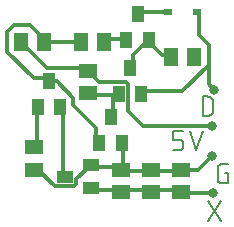
<source format=gbr>
G04 EAGLE Gerber RS-274X export*
G75*
%MOMM*%
%FSLAX34Y34*%
%LPD*%
%INTop Copper*%
%IPPOS*%
%AMOC8*
5,1,8,0,0,1.08239X$1,22.5*%
G01*
%ADD10C,0.152400*%
%ADD11R,1.500000X1.300000*%
%ADD12R,0.800000X0.600000*%
%ADD13R,1.400000X1.000000*%
%ADD14R,1.000000X1.400000*%
%ADD15R,1.600000X1.300000*%
%ADD16R,1.300000X1.600000*%
%ADD17C,0.304800*%
%ADD18C,0.806400*%


D10*
X152743Y66802D02*
X158161Y66802D01*
X158279Y66804D01*
X158397Y66810D01*
X158515Y66819D01*
X158632Y66833D01*
X158749Y66850D01*
X158866Y66871D01*
X158981Y66896D01*
X159096Y66925D01*
X159210Y66958D01*
X159322Y66994D01*
X159433Y67034D01*
X159543Y67077D01*
X159652Y67124D01*
X159759Y67174D01*
X159864Y67229D01*
X159967Y67286D01*
X160068Y67347D01*
X160168Y67411D01*
X160265Y67478D01*
X160360Y67548D01*
X160452Y67622D01*
X160543Y67698D01*
X160630Y67778D01*
X160715Y67860D01*
X160797Y67945D01*
X160877Y68032D01*
X160953Y68123D01*
X161027Y68215D01*
X161097Y68310D01*
X161164Y68407D01*
X161228Y68507D01*
X161289Y68608D01*
X161346Y68711D01*
X161401Y68816D01*
X161451Y68923D01*
X161498Y69032D01*
X161541Y69142D01*
X161581Y69253D01*
X161617Y69365D01*
X161650Y69479D01*
X161679Y69594D01*
X161704Y69709D01*
X161725Y69826D01*
X161742Y69943D01*
X161756Y70060D01*
X161765Y70178D01*
X161771Y70296D01*
X161773Y70414D01*
X161774Y70414D02*
X161774Y72221D01*
X161773Y72221D02*
X161771Y72339D01*
X161765Y72457D01*
X161756Y72575D01*
X161742Y72692D01*
X161725Y72809D01*
X161704Y72926D01*
X161679Y73041D01*
X161650Y73156D01*
X161617Y73270D01*
X161581Y73382D01*
X161541Y73493D01*
X161498Y73603D01*
X161451Y73712D01*
X161401Y73819D01*
X161346Y73924D01*
X161289Y74027D01*
X161228Y74128D01*
X161164Y74228D01*
X161097Y74325D01*
X161027Y74420D01*
X160953Y74512D01*
X160877Y74603D01*
X160797Y74690D01*
X160715Y74775D01*
X160630Y74857D01*
X160543Y74937D01*
X160452Y75013D01*
X160360Y75087D01*
X160265Y75157D01*
X160168Y75224D01*
X160068Y75288D01*
X159967Y75349D01*
X159864Y75406D01*
X159759Y75461D01*
X159652Y75511D01*
X159543Y75558D01*
X159433Y75601D01*
X159322Y75641D01*
X159210Y75677D01*
X159096Y75710D01*
X158981Y75739D01*
X158866Y75764D01*
X158749Y75785D01*
X158632Y75802D01*
X158515Y75816D01*
X158397Y75825D01*
X158279Y75831D01*
X158161Y75833D01*
X152743Y75833D01*
X152743Y83058D01*
X161774Y83058D01*
X167471Y83058D02*
X172889Y66802D01*
X178308Y83058D01*
X197189Y47893D02*
X199898Y47893D01*
X199898Y38862D01*
X194479Y38862D01*
X194361Y38864D01*
X194243Y38870D01*
X194125Y38879D01*
X194008Y38893D01*
X193891Y38910D01*
X193774Y38931D01*
X193659Y38956D01*
X193544Y38985D01*
X193430Y39018D01*
X193318Y39054D01*
X193207Y39094D01*
X193097Y39137D01*
X192988Y39184D01*
X192881Y39234D01*
X192776Y39289D01*
X192673Y39346D01*
X192572Y39407D01*
X192472Y39471D01*
X192375Y39538D01*
X192280Y39608D01*
X192188Y39682D01*
X192097Y39758D01*
X192010Y39838D01*
X191925Y39920D01*
X191843Y40005D01*
X191763Y40092D01*
X191687Y40183D01*
X191613Y40275D01*
X191543Y40370D01*
X191476Y40467D01*
X191412Y40567D01*
X191351Y40668D01*
X191294Y40771D01*
X191239Y40876D01*
X191189Y40983D01*
X191142Y41092D01*
X191099Y41202D01*
X191059Y41313D01*
X191023Y41425D01*
X190990Y41539D01*
X190961Y41654D01*
X190936Y41769D01*
X190915Y41886D01*
X190898Y42003D01*
X190884Y42120D01*
X190875Y42238D01*
X190869Y42356D01*
X190867Y42474D01*
X190867Y51506D01*
X190869Y51624D01*
X190875Y51742D01*
X190884Y51860D01*
X190898Y51977D01*
X190915Y52094D01*
X190936Y52211D01*
X190961Y52326D01*
X190990Y52441D01*
X191023Y52555D01*
X191059Y52667D01*
X191099Y52778D01*
X191142Y52888D01*
X191189Y52997D01*
X191239Y53104D01*
X191293Y53209D01*
X191351Y53312D01*
X191412Y53413D01*
X191476Y53513D01*
X191543Y53610D01*
X191613Y53705D01*
X191687Y53797D01*
X191763Y53888D01*
X191843Y53975D01*
X191925Y54060D01*
X192010Y54142D01*
X192097Y54222D01*
X192188Y54298D01*
X192280Y54372D01*
X192375Y54442D01*
X192472Y54509D01*
X192572Y54573D01*
X192673Y54634D01*
X192776Y54691D01*
X192881Y54745D01*
X192988Y54796D01*
X193097Y54843D01*
X193207Y54886D01*
X193318Y54926D01*
X193430Y54962D01*
X193544Y54995D01*
X193659Y55024D01*
X193774Y55049D01*
X193891Y55070D01*
X194008Y55087D01*
X194125Y55101D01*
X194243Y55110D01*
X194361Y55116D01*
X194479Y55118D01*
X199898Y55118D01*
X193548Y23368D02*
X182711Y7112D01*
X193548Y7112D02*
X182711Y23368D01*
X178167Y96012D02*
X178167Y112268D01*
X182682Y112268D01*
X182813Y112266D01*
X182945Y112260D01*
X183076Y112251D01*
X183206Y112237D01*
X183337Y112220D01*
X183466Y112199D01*
X183595Y112175D01*
X183723Y112146D01*
X183851Y112114D01*
X183977Y112078D01*
X184102Y112039D01*
X184227Y111996D01*
X184349Y111949D01*
X184471Y111899D01*
X184591Y111845D01*
X184709Y111788D01*
X184825Y111727D01*
X184940Y111663D01*
X185053Y111596D01*
X185164Y111525D01*
X185272Y111451D01*
X185379Y111374D01*
X185483Y111294D01*
X185585Y111211D01*
X185684Y111126D01*
X185781Y111037D01*
X185875Y110945D01*
X185967Y110851D01*
X186056Y110754D01*
X186141Y110655D01*
X186224Y110553D01*
X186304Y110449D01*
X186381Y110342D01*
X186455Y110234D01*
X186526Y110123D01*
X186593Y110010D01*
X186657Y109895D01*
X186718Y109779D01*
X186775Y109661D01*
X186829Y109541D01*
X186879Y109419D01*
X186926Y109297D01*
X186969Y109172D01*
X187008Y109047D01*
X187044Y108921D01*
X187076Y108793D01*
X187105Y108665D01*
X187129Y108536D01*
X187150Y108407D01*
X187167Y108276D01*
X187181Y108146D01*
X187190Y108015D01*
X187196Y107883D01*
X187198Y107752D01*
X187198Y100528D01*
X187196Y100397D01*
X187190Y100265D01*
X187181Y100134D01*
X187167Y100004D01*
X187150Y99873D01*
X187129Y99744D01*
X187105Y99615D01*
X187076Y99487D01*
X187044Y99359D01*
X187008Y99233D01*
X186969Y99108D01*
X186926Y98983D01*
X186879Y98861D01*
X186829Y98739D01*
X186775Y98619D01*
X186718Y98501D01*
X186657Y98385D01*
X186593Y98270D01*
X186526Y98157D01*
X186455Y98046D01*
X186381Y97938D01*
X186304Y97831D01*
X186224Y97727D01*
X186141Y97625D01*
X186056Y97526D01*
X185967Y97429D01*
X185875Y97335D01*
X185781Y97243D01*
X185684Y97154D01*
X185585Y97069D01*
X185483Y96986D01*
X185379Y96906D01*
X185272Y96829D01*
X185164Y96755D01*
X185053Y96684D01*
X184940Y96617D01*
X184825Y96553D01*
X184709Y96492D01*
X184591Y96435D01*
X184471Y96381D01*
X184349Y96331D01*
X184227Y96284D01*
X184102Y96241D01*
X183977Y96202D01*
X183851Y96166D01*
X183723Y96134D01*
X183595Y96105D01*
X183466Y96081D01*
X183336Y96060D01*
X183206Y96043D01*
X183076Y96029D01*
X182945Y96020D01*
X182813Y96014D01*
X182682Y96012D01*
X178167Y96012D01*
D11*
X160020Y31140D03*
X160020Y50140D03*
D12*
X173790Y184150D03*
X148790Y184150D03*
D13*
X61390Y44450D03*
X83390Y53950D03*
X83390Y34950D03*
D14*
X123190Y182450D03*
X132690Y160450D03*
X113690Y160450D03*
X100330Y94820D03*
X109830Y72820D03*
X90830Y72820D03*
X48260Y125300D03*
X57760Y103300D03*
X38760Y103300D03*
D15*
X134620Y50140D03*
X134620Y31140D03*
X109220Y50140D03*
X109220Y31140D03*
D16*
X75590Y158750D03*
X94590Y158750D03*
X43790Y158750D03*
X24790Y158750D03*
D15*
X81280Y114960D03*
X81280Y133960D03*
D16*
X151790Y146050D03*
X170790Y146050D03*
D15*
X35560Y50190D03*
X35560Y69190D03*
D14*
X116840Y136730D03*
X126340Y114730D03*
X107340Y114730D03*
D17*
X80010Y136144D02*
X46482Y136144D01*
X24130Y158496D01*
X80010Y136144D02*
X81280Y133960D01*
X24790Y158750D02*
X24130Y158496D01*
X127610Y87630D02*
X186518Y87630D01*
D18*
X186518Y87630D03*
D17*
X115388Y122993D02*
X113603Y124778D01*
X115388Y99852D02*
X127610Y87630D01*
X115388Y99852D02*
X115388Y122993D01*
X90462Y124778D02*
X81280Y133960D01*
X90462Y124778D02*
X113603Y124778D01*
X107950Y52324D02*
X85598Y52324D01*
X83390Y53950D01*
X107950Y52324D02*
X109220Y50140D01*
X110744Y52324D02*
X110744Y71882D01*
X109830Y72820D01*
X110744Y52324D02*
X109220Y50140D01*
X135890Y49530D02*
X158242Y49530D01*
X160020Y50140D01*
X135890Y49530D02*
X134620Y50140D01*
X38100Y49530D02*
X35560Y50190D01*
X160020Y50140D02*
X161036Y49530D01*
X133096Y49530D02*
X110744Y49530D01*
X109220Y50140D01*
X133096Y49530D02*
X134620Y50140D01*
X69653Y36402D02*
X53128Y36402D01*
X69653Y36402D02*
X71438Y38188D01*
X40000Y49530D02*
X38100Y49530D01*
X71438Y41998D02*
X71438Y38188D01*
X53128Y36402D02*
X40000Y49530D01*
X71438Y41998D02*
X83390Y53950D01*
X160020Y50140D02*
X174428Y50140D01*
X186518Y62230D01*
D18*
X186518Y62230D03*
D17*
X175006Y164084D02*
X175006Y183642D01*
X175006Y164084D02*
X183388Y155702D01*
X183388Y139700D02*
X183388Y138938D01*
X183388Y139700D02*
X183388Y155702D01*
X183388Y138938D02*
X161036Y116586D01*
X127508Y116586D01*
X173790Y184150D02*
X175006Y183642D01*
X127508Y116586D02*
X126340Y114730D01*
X183388Y122510D02*
X183388Y138938D01*
X183388Y122510D02*
X187788Y118110D01*
D18*
X187788Y118110D03*
D17*
X38100Y102616D02*
X38100Y71882D01*
X38100Y102616D02*
X38760Y103300D01*
X38100Y71882D02*
X35560Y69190D01*
X102362Y97028D02*
X102362Y110998D01*
X105156Y113792D01*
X102362Y97028D02*
X100330Y94820D01*
X105156Y113792D02*
X107340Y114730D01*
X102362Y113792D02*
X82804Y113792D01*
X81280Y114960D01*
X102362Y113792D02*
X107340Y114730D01*
X119126Y138938D02*
X119126Y147320D01*
X130302Y158496D01*
X119126Y138938D02*
X116840Y136730D01*
X130302Y158496D02*
X132690Y160450D01*
X144272Y147320D02*
X149860Y147320D01*
X144272Y147320D02*
X133096Y158496D01*
X149860Y147320D02*
X151790Y146050D01*
X133096Y158496D02*
X132690Y160450D01*
X124714Y183642D02*
X147066Y183642D01*
X148790Y184150D01*
X124714Y183642D02*
X123190Y182450D01*
X113538Y161290D02*
X96774Y161290D01*
X113538Y161290D02*
X113690Y160450D01*
X96774Y161290D02*
X94590Y158750D01*
X74422Y158496D02*
X46482Y158496D01*
X43790Y158750D01*
X74422Y158496D02*
X75590Y158750D01*
X88392Y85852D02*
X88392Y74676D01*
X88392Y85852D02*
X68834Y105410D01*
X68834Y110998D01*
X54864Y124968D01*
X49276Y124968D01*
X88392Y74676D02*
X90830Y72820D01*
X49276Y124968D02*
X48260Y125300D01*
X43688Y161290D02*
X32512Y172466D01*
X18542Y172466D01*
X12954Y166878D01*
X12954Y150114D01*
X35306Y127762D01*
X46482Y127762D01*
X43790Y158750D02*
X43688Y161290D01*
X46482Y127762D02*
X48260Y125300D01*
X60452Y102616D02*
X60452Y46736D01*
X60452Y102616D02*
X57760Y103300D01*
X60452Y46736D02*
X61390Y44450D01*
X135890Y32766D02*
X158242Y32766D01*
X160020Y31140D01*
X135890Y32766D02*
X134620Y31140D01*
X107950Y32766D02*
X85598Y32766D01*
X83390Y34950D01*
X107950Y32766D02*
X109220Y31140D01*
X110744Y32766D02*
X133096Y32766D01*
X134620Y31140D01*
X110744Y32766D02*
X109220Y31140D01*
X160020Y31140D02*
X160680Y30480D01*
X186690Y30480D01*
D18*
X186690Y30480D03*
M02*

</source>
